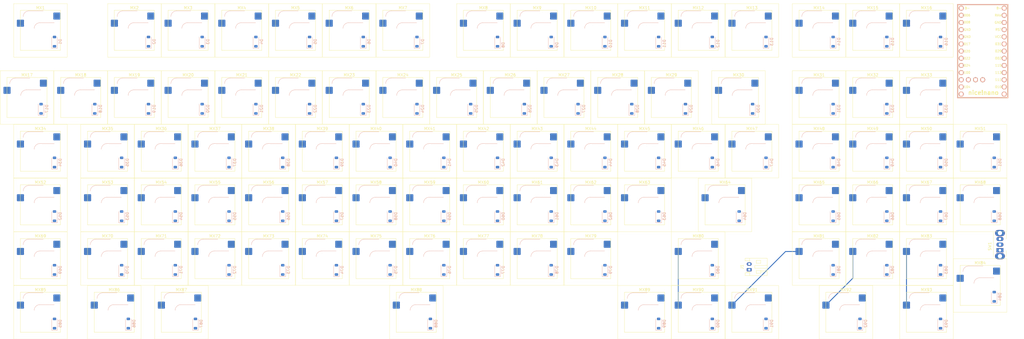
<source format=kicad_pcb>
(kicad_pcb (version 20240108) (generator "pcbnew") (generator_version "8.0")
  (layers (0 "F.Cu" signal) (31 "B.Cu" signal) (34 "B.Paste" user) (35 "F.Paste" user) (36 "B.SilkS" user "B.Silkscreen") (37 "F.SilkS" user "F.Silkscreen") (38 "B.Mask" user) (39 "F.Mask" user) (44 "Edge.Cuts" user))
  (net 0 "")
  (net 1 "Net-(D1-A)")
  (net 2 "ROW1")
  (net 3 "Net-(D2-A)")
  (net 4 "Net-(D3-A)")
  (net 5 "Net-(D4-A)")
  (net 6 "Net-(D5-A)")
  (net 7 "Net-(D6-A)")
  (net 8 "Net-(D7-A)")
  (net 9 "Net-(D8-A)")
  (net 11 "Net-(D10-A)")
  (net 12 "ROW2")
  (net 13 "Net-(D11-A)")
  (net 14 "Net-(D12-A)")
  (net 15 "Net-(D13-A)")
  (net 16 "Net-(D14-A)")
  (net 17 "Net-(D15-A)")
  (net 18 "Net-(D16-A)")
  (net 19 "Net-(D17-A)")
  (net 20 "Net-(D18-A)")
  (net 21 "Net-(D19-A)")
  (net 22 "Net-(D20-A)")
  (net 23 "ROW3")
  (net 24 "Net-(D21-A)")
  (net 25 "Net-(D22-A)")
  (net 26 "Net-(D23-A)")
  (net 27 "Net-(D24-A)")
  (net 28 "Net-(D25-A)")
  (net 29 "Net-(D26-A)")
  (net 30 "Net-(D27-A)")
  (net 31 "Net-(D28-A)")
  (net 32 "Net-(D29-A)")
  (net 33 "Net-(D30-A)")
  (net 34 "ROW4")
  (net 35 "Net-(D31-A)")
  (net 36 "Net-(D32-A)")
  (net 37 "Net-(D33-A)")
  (net 38 "Net-(D34-A)")
  (net 39 "Net-(D35-A)")
  (net 40 "Net-(D36-A)")
  (net 41 "Net-(D37-A)")
  (net 42 "Net-(D38-A)")
  (net 43 "Net-(D39-A)")
  (net 44 "Net-(D40-A)")
  (net 45 "Net-(D41-A)")
  (net 46 "ROW5")
  (net 47 "Net-(D42-A)")
  (net 48 "Net-(D43-A)")
  (net 49 "Net-(D44-A)")
  (net 50 "Net-(D45-A)")
  (net 51 "Net-(D46-A)")
  (net 52 "Net-(D47-A)")
  (net 53 "Net-(D48-A)")
  (net 54 "Net-(D49-A)")
  (net 55 "Net-(D50-A)")
  (net 56 "Net-(D51-A)")
  (net 57 "ROW6")
  (net 58 "Net-(D52-A)")
  (net 59 "Net-(D53-A)")
  (net 60 "Net-(D54-A)")
  (net 61 "Net-(D55-A)")
  (net 62 "Net-(D56-A)")
  (net 63 "Net-(D57-A)")
  (net 64 "Net-(D58-A)")
  (net 65 "Net-(D59-A)")
  (net 66 "Net-(D60-A)")
  (net 67 "Net-(D61-A)")
  (net 68 "ROW7")
  (net 69 "Net-(D62-A)")
  (net 70 "Net-(D63-A)")
  (net 71 "Net-(D64-A)")
  (net 72 "Net-(D65-A)")
  (net 73 "Net-(D66-A)")
  (net 74 "Net-(D67-A)")
  (net 75 "Net-(D68-A)")
  (net 76 "Net-(D69-A)")
  (net 77 "Net-(D70-A)")
  (net 78 "Net-(D71-A)")
  (net 79 "ROW8")
  (net 80 "Net-(D72-A)")
  (net 81 "Net-(D73-A)")
  (net 82 "Net-(D74-A)")
  (net 83 "Net-(D75-A)")
  (net 84 "Net-(D76-A)")
  (net 85 "Net-(D77-A)")
  (net 86 "Net-(D78-A)")
  (net 87 "Net-(D79-A)")
  (net 88 "Net-(D80-A)")
  (net 89 "Net-(D81-A)")
  (net 90 "ROW9")
  (net 91 "Net-(D82-A)")
  (net 92 "Net-(D83-A)")
  (net 93 "Net-(D84-A)")
  (net 94 "Net-(D85-A)")
  (net 95 "Net-(D86-A)")
  (net 96 "Net-(D87-A)")
  (net 97 "Net-(D88-A)")
  (net 98 "Net-(D89-A)")
  (net 99 "Net-(D90-A)")
  (net 100 "ROW10")
  (net 101 "Net-(D91-A)")
  (net 102 "Net-(D92-A)")
  (net 103 "Net-(D93-A)")
  (net 104 "COL1")
  (net 105 "COL2")
  (net 106 "COL3")
  (net 107 "COL4")
  (net 108 "COL5")
  (net 109 "COL6")
  (net 110 "COL7")
  (net 111 "COL8")
  (net 112 "COL9")
  (net 113 "COL10")
  (net 114 "GND")
  (net 115 "RST")
  (net 116 "+3.3V")
  (net 117 "+5V")
  (net 118 "Net-(SW1-C)")
  (net 121 "BATIN-")
  (net 122 "BATIN+")
  (net 131 "Net-(D9-A)")
  (footprint "PCM_Switch_Keyboard_Hotswap_Kailh:SW_Hotswap_Kailh_MX_1.00u_3d" (layer "F.Cu") (at 157.1625 119.0625)
    (property "Reference" "MX75")
    (property "Value" "MX-NoLED")
  )
  (footprint "PCM_Switch_Keyboard_Hotswap_Kailh:SW_Hotswap_Kailh_MX_1.00u_3d" (layer "F.Cu") (at 166.6875 38.1)
    (property "Reference" "MX7")
    (property "Value" "MX-NoLED")
  )
  (footprint "PCM_Switch_Keyboard_Hotswap_Kailh:SW_Hotswap_Kailh_MX_1.00u_3d" (layer "F.Cu") (at 147.6375 61.9125)
    (property "Reference" "MX23")
    (property "Value" "MX-NoLED")
  )
  (footprint "PCM_Switch_Keyboard_Hotswap_Kailh:SW_Hotswap_Kailh_MX_1.00u_3d" (layer "F.Cu") (at 100.0125 80.9625)
    (property "Reference" "MX37")
    (property "Value" "MX-NoLED")
  )
  (footprint "PCM_Switch_Keyboard_Hotswap_Kailh:SW_Hotswap_Kailh_MX_1.00u_3d" (layer "F.Cu") (at 333.375 80.9625)
    (property "Reference" "MX49")
    (property "Value" "MX-NoLED")
  )
  (footprint "PCM_Switch_Keyboard_Hotswap_Kailh:SW_Hotswap_Kailh_MX_1.00u_3d" (layer "F.Cu") (at 128.5875 61.9125)
    (property "Reference" "MX22")
    (property "Value" "MX-NoLED")
  )
  (footprint "PCM_Switch_Keyboard_Hotswap_Kailh:SW_Hotswap_Kailh_MX_1.00u_3d" (layer "F.Cu") (at 290.5125 138.1125)
    (property "Reference" "MX91")
    (property "Value" "MX-NoLED")
  )
  (footprint "PCM_Switch_Keyboard_Hotswap_Kailh:SW_Hotswap_Kailh_MX_1.00u_3d" (layer "F.Cu") (at 333.375 100.0125)
    (property "Reference" "MX66")
    (property "Value" "MX-NoLED")
  )
  (footprint "PCM_Switch_Keyboard_Hotswap_Kailh:SW_Hotswap_Kailh_MX_1.00u_3d" (layer "F.Cu") (at 214.3125 100.0125)
    (property "Reference" "MX61")
    (property "Value" "MX-NoLED")
  )
  (footprint "PCM_Switch_Keyboard_Hotswap_Kailh:SW_Hotswap_Kailh_MX_1.00u_3d" (layer "F.Cu") (at 71.4375 38.1)
    (property "Reference" "MX2")
    (property "Value" "MX-NoLED")
  )
  (footprint "PCM_Switch_Keyboard_Hotswap_Kailh:SW_Hotswap_Kailh_MX_1.00u_3d" (layer "F.Cu") (at 352.425 119.0625)
    (property "Reference" "MX83")
    (property "Value" "MX-NoLED")
  )
  (footprint "PCM_Switch_Keyboard_Hotswap_Kailh:SW_Hotswap_Kailh_MX_1.00u_3d" (layer "F.Cu") (at 38.1 100.0125)
    (property "Reference" "MX52")
    (property "Value" "MX-NoLED")
  )
  (footprint "PCM_Switch_Keyboard_Hotswap_Kailh:SW_Hotswap_Kailh_MX_1.00u_3d" (layer "F.Cu") (at 100.0125 119.0625)
    (property "Reference" "MX72")
    (property "Value" "MX-NoLED")
  )
  (footprint "PCM_Switch_Keyboard_Hotswap_Kailh:SW_Hotswap_Kailh_MX_1.00u_3d" (layer "F.Cu") (at 352.425 38.1)
    (property "Reference" "MX16")
    (property "Value" "MX-NoLED")
  )
  (footprint "PCM_Switch_Keyboard_Hotswap_Kailh:SW_Hotswap_Kailh_MX_1.00u_3d" (layer "F.Cu") (at 214.3125 80.9625)
    (property "Reference" "MX43")
    (property "Value" "MX-NoLED")
  )
  (footprint "PCM_Switch_Keyboard_Hotswap_Kailh:SW_Hotswap_Kailh_MX_1.00u_3d" (layer "F.Cu") (at 314.325 80.9625)
    (property "Reference" "MX48")
    (property "Value" "MX-NoLED")
  )
  (footprint "PCM_Switch_Keyboard_Hotswap_Kailh:SW_Hotswap_Kailh_MX_1.00u_3d" (layer "F.Cu") (at 90.4875 38.1)
    (property "Reference" "MX3")
    (property "Value" "MX-NoLED")
  )
  (footprint "PCM_Switch_Keyboard_Hotswap_Kailh:SW_Hotswap_Kailh_MX_1.00u_3d" (layer "F.Cu") (at 195.2625 119.0625)
    (property "Reference" "MX77")
    (property "Value" "MX-NoLED")
  )
  (footprint "PCM_Switch_Keyboard_Hotswap_Kailh:SW_Hotswap_Kailh_MX_1.00u_3d" (layer "F.Cu") (at 271.4625 80.9625)
    (property "Reference" "MX46")
    (property "Value" "MX-NoLED")
  )
  (footprint "PCM_Switch_Keyboard_Hotswap_Kailh:SW_Hotswap_Kailh_MX_1.00u_3d" (layer "F.Cu") (at 100.0125 100.0125)
    (property "Reference" "MX55")
    (property "Value" "MX-NoLED")
  )
  (footprint "PCM_Switch_Keyboard_Hotswap_Kailh:SW_Hotswap_Kailh_MX_1.00u_3d" (layer "F.Cu") (at 176.2125 100.0125)
    (property "Reference" "MX59")
    (property "Value" "MX-NoLED")
  )
  (footprint "PCM_Switch_Keyboard_Hotswap_Kailh:SW_Hotswap_Kailh_MX_1.00u_3d" (layer "F.Cu") (at 223.8375 61.9125)
    (property "Reference" "MX27")
    (property "Value" "MX-NoLED")
  )
  (footprint "PCM_Switch_Keyboard_Hotswap_Kailh:SW_Hotswap_Kailh_MX_1.00u_3d" (layer "F.Cu") (at 80.9625 100.0125)
    (property "Reference" "MX54")
    (property "Value" "MX-NoLED")
  )
  (footprint "PCM_Switch_Keyboard_Hotswap_Kailh:SW_Hotswap_Kailh_MX_1.00u_3d" (layer "F.Cu") (at 314.325 119.0625)
    (property "Reference" "MX81")
    (property "Value" "MX-NoLED")
  )
  (footprint "PCM_Switch_Keyboard_Hotswap_Kailh:SW_Hotswap_Kailh_MX_1.00u_3d" (layer "F.Cu") (at 352.425 80.9625)
    (property "Reference" "MX50")
    (property "Value" "MX-NoLED")
  )
  (footprint "PCM_Switch_Keyboard_Hotswap_Kailh:SW_Hotswap_Kailh_MX_1.00u_3d" (layer "F.Cu") (at 166.6875 61.9125)
    (property "Reference" "MX24")
    (property "Value" "MX-NoLED")
  )
  (footprint "PCM_Switch_Keyboard_Hotswap_Kailh:SW_Hotswap_Kailh_MX_1.00u_3d" (layer "F.Cu") (at 64.29375 138.1125)
    (property "Reference" "MX86")
    (property "Value" "MX-NoLED")
  )
  (footprint "PCM_Switch_Keyboard_Hotswap_Kailh:SW_Hotswap_Kailh_MX_1.00u_3d" (layer "F.Cu") (at 261.9375 61.9125)
    (property "Reference" "MX29")
    (property "Value" "MX-NoLED")
  )
  (footprint "PCM_Switch_Keyboard_Hotswap_Kailh:SW_Hotswap_Kailh_MX_1.00u_3d" (layer "F.Cu") (at 119.0625 80.9625)
    (property "Reference" "MX38")
    (property "Value" "MX-NoLED")
  )
  (footprint "PCM_Switch_Keyboard_Hotswap_Kailh:SW_Hotswap_Kailh_MX_1.00u_3d" (layer "F.Cu") (at 195.2625 100.0125)
    (property "Reference" "MX60")
    (property "Value" "MX-NoLED")
  )
  (footprint "PCM_Switch_Keyboard_Hotswap_Kailh:SW_Hotswap_Kailh_MX_1.00u_3d" (layer "F.Cu") (at 38.1 80.9625)
    (property "Reference" "MX34")
    (property "Value" "MX-NoLED")
  )
  (footprint "PCM_Switch_Keyboard_Hotswap_Kailh:SW_Hotswap_Kailh_MX_1.00u_3d" (layer "F.Cu") (at 242.8875 61.9125)
    (property "Reference" "MX28")
    (property "Value" "MX-NoLED")
  )
  (footprint "nice-nano-kicad-23a94946de4130c5c999a205fb6eb5add68c8ebe:nice_nano" (layer "F.Cu") (at 372.38 46.73 -90)
    (property "Reference" "U2" (hide yes))
    (property "Value" "nice_nano" (hide yes))
  )
  (footprint "PCM_Switch_Keyboard_Hotswap_Kailh:SW_Hotswap_Kailh_MX_1.00u_3d" (layer "F.Cu") (at 280.9875 100.0125)
    (property "Reference" "MX64")
    (property "Value" "MX-NoLED")
  )
  (footprint "PCM_Switch_Keyboard_Hotswap_Kailh:SW_Hotswap_Kailh_MX_1.00u_3d" (layer "F.Cu") (at 38.1 138.1125)
    (property "Reference" "MX85")
    (property "Value" "MX-NoLED")
  )
  (footprint "PCM_Switch_Keyboard_Hotswap_Kailh:SW_Hotswap_Kailh_MX_1.00u_3d" (layer "F.Cu") (at 204.7875 61.9125)
    (property "Reference" "MX26")
    (property "Value" "MX-NoLED")
  )
  (footprint "PCM_Switch_Keyboard_Hotswap_Kailh:SW_Hotswap_Kailh_MX_1.00u_3d" (layer "F.Cu") (at 333.375 38.1)
    (property "Reference" "MX15")
    (property "Value" "MX-NoLED")
  )
  (footprint "PCM_Switch_Keyboard_Hotswap_Kailh:SW_Hotswap_Kailh_MX_1.00u_3d" (layer "F.Cu") (at 290.5125 80.9625)
    (property "Reference" "MX47")
    (property "Value" "MX-NoLED")
  )
  (footprint "PCM_Switch_Keyboard_Hotswap_Kailh:SW_Hotswap_Kailh_MX_1.00u_3d" (layer "F.Cu") (at 371.475 128.5875)
    (property "Reference" "MX84")
    (property "Value" "MX-NoLED")
  )
  (footprint "PCM_Switch_Keyboard_Hotswap_Kailh:SW_Hotswap_Kailh_MX_1.00u_3d" (layer "F.Cu") (at 352.425 100.0125)
    (property "Reference" "MX67")
    (property "Value" "MX-NoLED")
  )
  (footprint "PCM_Switch_Keyboard_Hotswap_Kailh:SW_Hotswap_Kailh_MX_1.00u_3d" (layer "F.Cu") (at 314.325 61.9125)
    (property "Reference" "MX31")
    (property "Value" "MX-NoLED")
  )
  (footprint "PCM_Switch_Keyboard_Hotswap_Kailh:SW_Hotswap_Kailh_MX_1.00u_3d" (layer "F.Cu") (at 352.425 61.9125)
    (property "Reference" "MX33")
    (property "Value" "MX-NoLED")
  )
  (footprint "PCM_Switch_Keyboard_Hotswap_Kailh:SW_Hotswap_Kailh_MX_1.00u_3d" (layer "F.Cu") (at 290.5125 38.1)
    (property "Reference" "MX13")
    (property "Value" "MX-NoLED")
  )
  (footprint "PCM_Switch_Keyboard_Hotswap_Kailh:SW_Hotswap_Kailh_MX_1.00u_3d" (layer "F.Cu") (at 185.7375 61.9125)
    (property "Reference" "MX25")
    (property "Value" "MX-NoLED")
  )
  (footprint "PCM_Switch_Keyboard_Hotswap_Kailh:SW_Hotswap_Kailh_MX_1.00u_3d" (layer "F.Cu") (at 271.4625 38.1)
    (property "Reference" "MX12")
    (property "Value" "MX-NoLED")
  )
  (footprint "PCM_Switch_Keyboard_Hotswap_Kailh:SW_Hotswap_Kailh_MX_1.00u_3d" (layer "F.Cu") (at 252.4125 100.0125)
    (property "Reference" "MX63")
    (property "Value" "MX-NoLED")
  )
  (footprint "PCM_Switch_Keyboard_Hotswap_Kailh:SW_Hotswap_Kailh_MX_1.00u_3d" (layer "F.Cu") (at 333.375 61.9125)
    (property "Reference" "MX32")
    (property "Value" "MX-NoLED")
  )
  (footprint "PCM_Switch_Keyboard_Hotswap_Kailh:SW_Hotswap_Kailh_MX_1.00u_3d" (layer "F.Cu") (at 157.1625 100.0125)
    (property "Reference" "MX58")
    (property "Value" "MX-NoLED")
  )
  (footprint "PCM_Switch_Keyboard_Hotswap_Kailh:SW_Hotswap_Kailh_MX_1.00u_3d" (layer "F.Cu") (at 171.45 138.1125)
    (property "Reference" "MX88")
    (property "Value" "MX-NoLED")
  )
  (footprint "PCM_Switch_Keyboard_Hotswap_Kailh:SW_Hotswap_Kailh_MX_1.00u_3d" (layer "F.Cu") (at 61.9125 119.0625)
    (property "Reference" "MX70")
    (property "Value" "MX-NoLED")
  )
  (footprint "PCM_Switch_Keyboard_Hotswap_Kailh:SW_Hotswap_Kailh_MX_1.00u_3d" (layer "F.Cu") (at 252.4125 80.9625)
    (property "Reference" "MX45")
    (property "Value" "MX-NoLED")
  )
  (footprint "PCM_Switch_Keyboard_Hotswap_Kailh:SW_Hotswap_Kailh_MX_1.00u_3d" (layer "F.Cu") (at 80.9625 119.0625)
    (property "Reference" "MX71")
    (property "Value" "MX-NoLED")
  )
  (footprint "PCM_Switch_Keyboard_Hotswap_Kailh:SW_Hotswap_Kailh_MX_1.00u_3d" (layer "F.Cu") (at 147.6375 38.1)
    (property "Reference" "MX6")
    (property "Value" "MX-NoLED")
  )
  (footprint "PCM_Switch_Keyboard_Hotswap_Kailh:SW_Hotswap_Kailh_MX_1.00u_3d" (layer "F.Cu") (at 252.4125 138.1125)
    (property "Reference" "MX89")
    (property "Value" "MX-NoLED")
  )
  (footprint "PCM_Switch_Keyboard_Hotswap_Kailh:SW_Hotswap_Kailh_MX_1.00u_3d" (layer "F.Cu") (at 214.3125 38.1)
    (property "Reference" "MX9")
    (property "Value" "MX-NoLED")
  )
  (footprint "PCM_Switch_Keyboard_Hotswap_Kailh:SW_Hotswap_Kailh_MX_1.00u_3d" (layer "F.Cu") (at 71.4375 61.9125)
    (property "Reference" "MX19")
    (property "Value" "MX-NoLED")
  )
  (footprint "PCM_Switch_Keyboard_Hotswap_Kailh:SW_Hotswap_Kailh_MX_1.00u_3d" (layer "F.Cu") (at 138.1125 119.0625)
    (property "Reference" "MX74")
    (property "Value" "MX-NoLED")
  )
  (footprint "PCM_Switch_Keyboard_Hotswap_Kailh:SW_Hotswap_Kailh_MX_1.00u_3d" (layer "F.Cu") (at 176.2125 119.0625)
    (property "Reference" "MX76")
    (property "Value" "MX-NoLED")
  )
  (footprint "Button_Switch_THT:SW_Slide_SPDT_Angled_CK_OS102011MA1Q" (layer "F.Cu") (at 378.5 116.1 90)
    (property "Reference" "SW1")
    (property "Value" "SW_SPDT")
  )
  (footprint "PCM_Switch_Keyboard_Hotswap_Kailh:SW_Hotswap_Kailh_MX_1.00u_3d" (layer "F.Cu") (at 352.425 138.1125)
    (property "Reference" "MX93")
    (property "Value" "MX-NoLED")
  )
  (footprint "PCM_Switch_Keyboard_Hotswap_Kailh:SW_Hotswap_Kailh_MX_1.00u_3d" (layer "F.Cu") (at 119.0625 100.0125)
    (property "Reference" "MX56")
    (property "Value" "MX-NoLED")
  )
  (footprint "PCM_Switch_Keyboard_Hotswap_Kailh:SW_Hotswap_Kailh_MX_1.00u_3d" (layer "F.Cu") (at 195.2625 80.9625)
    (property "Reference" "MX42")
    (property "Value" "MX-NoLED")
  )
  (footprint "PCM_Switch_Keyboard_Hotswap_Kailh:SW_Hotswap_Kailh_MX_1.00u_3d" (layer "F.Cu") (at 314.325 100.0125)
    (property "Reference" "MX65")
    (property "Value" "MX-NoLED")
  )
  (footprint "PCM_Switch_Keyboard_Hotswap_Kailh:SW_Hotswap_Kailh_MX_1.00u_3d" (layer "F.Cu") (at 271.4625 138.1125)
    (property "Reference" "MX90")
    (property "Value" "MX-NoLED")
  )
  (footprint "PCM_Switch_Keyboard_Hotswap_Kailh:SW_Hotswap_Kailh_MX_1.00u_3d" (layer "F.Cu") (at 233.3625 100.0125)
    (property "Reference" "MX62")
    (property "Value" "MX-NoLED")
  )
  (footprint "Connector_JST:JST_PH_S2B-PH-K_1x02_P2.00mm_Horizontal" (layer "F.Cu") (at 289.55 123 90)
    (property "Reference" "J1")
    (property "Value" "Conn_01x02")
  )
  (footprint "PCM_Switch_Keyboard_Hotswap_Kailh:SW_Hotswap_Kailh_MX_1.00u_3d" (layer "F.Cu") (at 314.325 38.1)
    (property "Reference" "MX14")
    (property "Value" "MX-NoLED")
  )
  (footprint "PCM_Switch_Keyboard_Hotswap_Kailh:SW_Hotswap_Kailh_MX_1.00u_3d" (layer "F.Cu") (at 80.9625 80.9625)
    (property "Reference" "MX36")
    (property "Value" "MX-NoLED")
  )
  (footprint "PCM_Switch_Keyboard_Hotswap_Kailh:SW_Hotswap_Kailh_MX_1.00u_3d" (layer "F.Cu") (at 176.2125 80.9625)
    (property "Reference" "MX41")
    (property "Value" "MX-NoLED")
  )
  (footprint "PCM_Switch_Keyboard_Hotswap_Kailh:SW_Hotswap_Kailh_MX_1.00u_3d" (layer "F.Cu") (at 371.475 80.9625)
    (property "Reference" "MX51")
    (property "Value" "MX-NoLED")
  )
  (footprint "PCM_Switch_Keyboard_Hotswap_Kailh:SW_Hotswap_Kailh_MX_1.00u_3d" (layer "F.Cu") (at 61.9125 80.9625)
    (property "Reference" "MX35")
    (property "Value" "MX-NoLED")
  )
  (footprint "PCM_Switch_Keyboard_Hotswap_Kailh:SW_Hotswap_Kailh_MX_1.00u_3d" (layer "F.Cu") (at 138.1125 80.9625)
    (property "Reference" "MX39")
    (property "Value" "MX-NoLED")
  )
  (footprint "PCM_Switch_Keyboard_Hotswap_Kailh:SW_Hotswap_Kailh_MX_1.00u_3d" (layer "F.Cu") (at 233.3625 38.1)
    (property "Reference" "MX10")
    (property "Value" "MX-NoLED")
  )
  (footprint "PCM_Switch_Keyboard_Hotswap_Kailh:SW_Hotswap_Kailh_MX_1.00u_3d" (layer "F.Cu") (at 233.3625 80.9625)
    (property "Reference" "MX44")
    (property "Value" "MX-NoLED")
  )
  (footprint "PCM_Switch_Keyboard_Hotswap_Kailh:SW_Hotswap_Kailh_MX_1.00u_3d" (layer "F.Cu") (at 52.3875 61.9125)
    (property "Reference" "MX18")
    (property "Value" "MX-NoLED")
  )
  (footprint "PCM_Switch_Keyboard_Hotswap_Kailh:SW_Hotswap_Kailh_MX_1.00u_3d" (layer "F.Cu") (at 285.75 61.9125)
    (property "Reference" "MX30")
    (property "Value" "MX-NoLED")
  )
  (footprint "PCM_Switch_Keyboard_Hotswap_Kailh:SW_Hotswap_Kailh_MX_1.00u_3d" (layer "F.Cu") (at 252.4125 38.1)
    (property "Reference" "MX11")
    (property "Value" "MX-NoLED")
  )
  (footprint "PCM_Switch_Keyboard_Hotswap_Kailh:SW_Hotswap_Kailh_MX_1.00u_3d" (layer "F.Cu") (at 214.3125 119.0625)
    (property "Reference" "MX78")
    (property "Value" "MX-NoLED")
  )
  (footprint "PCM_Switch_Keyboard_Hotswap_Kailh:SW_Hotswap_Kailh_MX_1.00u_3d" (layer "F.Cu") (at 371.475 100.0125)
    (property "Reference" "MX68")
    (property "Value" "MX-NoLED")
  )
  (footprint "PCM_Switch_Keyboard_Hotswap_Kailh:SW_Hotswap_Kailh_MX_1.00u_3d" (layer "F.Cu") (at 333.375 119.0625)
    (property "Reference" "MX82")
    (property "Value" "MX-NoLED")
  )
  (footprint "PCM_Switch_Keyboard_Hotswap_Kailh:SW_Hotswap_Kailh_MX_1.00u_3d" (layer "F.Cu") (at 61.9125 100.0125)
    (property "Reference" "MX53")
    (property "Value" "MX-NoLED")
  )
  (footprint "PCM_Switch_Keyboard_Hotswap_Kailh:SW_Hotswap_Kailh_MX_1.00u_3d" (layer "F.Cu") (at 109.5375 61.9125)
    (property "Reference" "MX21")
    (property "Value" "MX-NoLED")
  )
  (footprint "PCM_Switch_Keyboard_Hotswap_Kailh:SW_Hotswap_Kailh_MX_1.00u_3d" (layer "F.Cu") (at 323.85 138.1125)
    (property "Reference" "MX92")
    (property "Value" "MX-NoLED")
  )
  (footprint "PCM_Switch_Keyboard_Hotswap_Kailh:SW_Hotswap_Kailh_MX_1.00u_3d" (layer "F.Cu") (at 33.3375 61.9125)
    (property "Reference" "MX17")
    (property "Value" "MX-NoLED")
  )
  (footprint "PCM_Switch_Keyboard_Hotswap_Kailh:SW_Hotswap_Kailh_MX_1.00u_3d" (layer "F.Cu") (at 38.1 38.1)
    (property "Reference" "MX1")
    (property "Value" "MX-NoLED")
  )
  (footprint "PCM_Switch_Keyboard_Hotswap_Kailh:SW_Hotswap_Kailh_MX_1.00u_3d" (layer "F.Cu") (at 128.5875 38.1)
    (property "Reference" "MX5")
    (property "Value" "MX-NoLED")
  )
  (footprint "PCM_Switch_Keyboard_Hotswap_Kailh:SW_Hotswap_Kailh_MX_1.00u_3d" (layer "F.Cu") (at 138.1125 100.0125)
    (property "Reference" "MX57")
    (property "Value" "MX-NoLED")
  )
  (footprint "PCM_Switch_Keyboard_Hotswap_Kailh:SW_Hotswap_Kailh_MX_1.00u_3d" (layer "F.Cu") (at 195.2625 38.1)
    (property "Reference" "MX8")
    (property "Value" "MX-NoLED")
  )
  (footprint "PCM_Switch_Keyboard_Hotswap_Kailh:SW_Hotswap_Kailh_MX_1.00u_3d" (layer "F.Cu") (at 90.4875 61.9125)
    (property "Reference" "MX20")
    (property "Value" "MX-NoLED")
  )
  (footprint "PCM_Switch_Keyboard_Hotswap_Kailh:SW_Hotswap_Kailh_MX_1.00u_3d" (layer "F.Cu") (at 233.3625 119.0625)
    (property "Reference" "MX79")
    (property "Value" "MX-NoLED")
  )
  (footprint "PCM_Switch_Keyboard_Hotswap_Kailh:SW_Hotswap_Kailh_MX_1.00u_3d" (layer "F.Cu") (at 119.0625 119.0625)
    (property "Reference" "MX73")
    (property "Value" "MX-NoLED")
  )
  (footprint "PCM_Switch_Keyboard_Hotswap_Kailh:SW_Hotswap_Kailh_MX_1.00u_3d" (layer "F.Cu") (at 109.5375 38.1)
    (property "Reference" "MX4")
    (property "Value" "MX-NoLED")
  )
  (footprint "PCM_Switch_Keyboard_Hotswap_Kailh:SW_Hotswap_Kailh_MX_1.00u_3d" (layer "F.Cu") (at 157.1625 80.9625)
    (property "Reference" "MX40")
    (property "Value" "MX-NoLED")
  )
  (footprint "PCM_Switch_Keyboard_Hotswap_Kailh:SW_Hotswap_Kailh_MX_1.00u_3d" (layer "F.Cu") (at 88.10625 138.1125)
    (property "Reference" "MX87")
    (property "Value" "MX-NoLED")
  )
  (footprint "PCM_Switch_Keyboard_Hotswap_Kailh:SW_Hotswap_Kailh_MX_1.00u_3d" (layer "F.Cu") (at 38.1 119.0625)
    (property "Reference" "MX69")
    (property "Value" "MX-NoLED")
  )
  (footprint "PCM_Switch_Keyboard_Hotswap_Kailh:SW_Hotswap_Kailh_MX_1.00u_3d" (layer "F.Cu") (at 271.4625 119.0625)
    (property "Reference" "MX80")
    (property "Value" "MX-NoLED")
  )
  (footprint "Diode_SMD:D_SOD-123" (layer "B.Cu") (at 357.425 142.1125 90)
    (property "Reference" "D93")
    (property "Value" "D_Small")
  )
  (footprint "Diode_SMD:D_SOD-123" (layer "B.Cu") (at 181.2125 123.0625 90)
    (property "Reference" "D76")
    (property "Value" "D_Small")
  )
  (footprint "Diode_SMD:D_SOD-123" (layer "B.Cu") (at 143.1125 123.0625 90)
    (property "Reference" "D74")
    (property "Value" "D_Small")
  )
  (footprint "Diode_SMD:D_SOD-123" (layer "B.Cu") (at 133.5875 42.1 90)
    (property "Reference" "D5")
    (property "Value" "D_Small")
  )
  (footprint "Diode_SMD:D_SOD-123" (layer "B.Cu") (at 328.85 142.1125 90)
    (property "Reference" "D92")
    (property "Value" "D_Small")
  )
  (footprint "Diode_SMD:D_SOD-123" (layer "B.Cu") (at 114.5375 65.9125 90)
    (property "Reference" "D21")
    (property "Value" "D_Small")
  )
  (footprint "Diode_SMD:D_SOD-123" (layer "B.Cu") (at 162.1625 123.0625 90)
    (property "Reference" "D75")
    (property "Value" "D_Small")
  )
  (footprint "Diode_SMD:D_SOD-123" (layer "B.Cu") (at 319.325 84.9625 90)
    (property "Reference" "D48")
    (property "Value" "D_Small")
  )
  (footprint "Diode_SMD:D_SOD-123" (layer "B.Cu") (at 319.325 65.9125 90)
    (property "Reference" "D31")
    (property "Value" "D_Small")
  )
  (footprint "Diode_SMD:D_SOD-123" (layer "B.Cu") (at 338.375 65.9125 90)
    (property "Reference" "D32")
    (property "Value" "D_Small")
  )
  (footprint "Diode_SMD:D_SOD-123" (layer "B.Cu") (at 257.4125 142.1125 90)
    (property "Reference" "D89")
    (property "Value" "D_Small")
  )
  (footprint "Diode_SMD:D_SOD-123" (layer "B.Cu") (at 357.425 123.0625 90)
    (property "Reference" "D83")
    (property "Value" "D_Small")
  )
  (footprint "Diode_SMD:D_SOD-123" (layer "B.Cu") (at 43.1 104.0125 90)
    (property "Reference" "D52")
    (property "Value" "D_Small")
  )
  (footprint "Diode_SMD:D_SOD-123" (layer "B.Cu") (at 219.3125 42.1 90)
    (property "Reference" "D9")
    (property "Value" "D_Small")
  )
  (footprint "Diode_SMD:D_SOD-123" (layer "B.Cu") (at 200.2625 84.9625 90)
    (property "Reference" "D42")
    (property "Value" "D_Small")
  )
  (footprint "Diode_SMD:D_SOD-123" (layer "B.Cu") (at 133.5875 65.9125 90)
    (property "Reference" "D22")
    (property "Value" "D_Small")
  )
  (footprint "Diode_SMD:D_SOD-123" (layer "B.Cu") (at 376.475 104.0125 90)
    (property "Reference" "D68")
    (property "Value" "D_Small")
  )
  (footprint "Diode_SMD:D_SOD-123" (layer "B.Cu") (at 257.4125 84.9625 90)
    (property "Reference" "D45")
    (property "Value" "D_Small")
  )
  (footprint "Diode_SMD:D_SOD-123" (layer "B.Cu") (at 162.1625 84.9625 90)
    (property "Reference" "D40")
    (property "Value" "D_Small")
  )
  (footprint "Diode_SMD:D_SOD-123" (layer "B.Cu") (at 66.9125 123.0625 90)
    (property "Reference" "D70")
    (property "Value" "D_Small")
  )
  (footprint "Diode_SMD:D_SOD-123" (layer "B.Cu") (at 176.45 142.1125 90)
    (property "Reference" "D88")
    (property "Value" "D_Small")
  )
  (footprint "Diode_SMD:D_SOD-123" (layer "B.Cu") (at 238.3625 84.9625 90)
    (property "Reference" "D44")
    (property "Value" "D_Small")
  )
  (footprint "Diode_SMD:D_SOD-123" (layer "B.Cu") (at 200.2625 123.0625 90)
    (property "Reference" "D77")
    (property "Value" "D_Small")
  )
  (footprint "Diode_SMD:D_SOD-123" (layer "B.Cu") (at 171.6875 65.9125 90)
    (property "Reference" "D24")
    (property "Value" "D_Small")
  )
  (footprint "Diode_SMD:D_SOD-123" (layer "B.Cu") (at 266.9375 65.9125 90)
    (property "Reference" "D29")
    (property "Value" "D_Small")
  )
  (footprint "Diode_SMD:D_SOD-123" (layer "B.Cu") (at 276.4625 42.1 90)
    (property "Reference" "D12")
    (property "Value" "D_Small")
  )
  (footprint "Diode_SMD:D_SOD-123" (layer "B.Cu") (at 276.4625 142.1125 90)
    (property "Reference" "D90")
    (property "Value" "D_Small")
  )
  (footprint "Diode_SMD:D_SOD-123" (layer "B.Cu") (at 276.4625 123.0625 90)
    (property "Reference" "D80")
    (property "Value" "D_Small")
  )
  (footprint "Diode_SMD:D_SOD-123" (layer "B.Cu") (at 338.375 123.0625 90)
    (property "Reference" "D82")
    (property "Value" "D_Small")
  )
  (footprint "Diode_SMD:D_SOD-123" (layer "B.Cu") (at 124.0625 123.0625 90)
    (property "Reference" "D73")
    (property "Value" "D_Small")
  )
  (footprint "Diode_SMD:D_SOD-123" (layer "B.Cu") (at 57.3875 65.9125 90)
    (property "Reference" "D18")
    (property "Value" "D_Small")
  )
  (footprint "Diode_SMD:D_SOD-123" (layer "B.Cu") (at 124.0625 84.9625 90)
    (property "Reference" "D38")
    (property "Value" "D_Small")
  )
  (footprint "Diode_SMD:D_SOD-123" (layer "B.Cu") (at 105.0125 84.9625 90)
    (property "Reference" "D37")
    (property "Value" "D_Small")
  )
  (footprint "Diode_SMD:D_SOD-123" (layer "B.Cu") (at 143.1125 84.9625 90)
    (property "Reference" "D39")
    (property "Value" "D_Small")
  )
  (footprint "Diode_SMD:D_SOD-123" (layer "B.Cu") (at 152.6375 42.1 90)
    (property "Reference" "D6")
    (property "Value" "D_Small")
  )
  (footprint "Diode_SMD:D_SOD-123" (layer "B.Cu") (at 95.4875 65.9125 90)
    (property "Reference" "D20")
    (property "Value" "D_Small")
  )
  (footprint "Diode_SMD:D_SOD-123" (layer "B.Cu") (at 219.3125 123.0625 90)
    (property "Reference" "D78")
    (property "Value" "D_Small")
  )
  (footprint "Diode_SMD:D_SOD-123" (layer "B.Cu") (at 181.2125 104.0125 90)
    (property "Reference" "D59")
    (property "Value" "D_Small")
  )
  (footprint "Diode_SMD:D_SOD-123" (layer "B.Cu") (at 105.0125 123.0625 90)
    (property "Reference" "D72")
    (property "Value" "D_Small")
  )
  (footprint "Diode_SMD:D_SOD-123" (layer "B.Cu") (at 85.9625 84.9625 90)
    (property "Reference" "D36")
    (property "Value" "D_Small")
  )
  (footprint "Diode_SMD:D_SOD-123" (layer "B.Cu") (at 171.6875 42.1 90)
    (property "Reference" "D7")
    (property "Value" "D_Small")
  )
  (footprint "Diode_SMD:D_SOD-123" (layer "B.Cu") (at 69.29375 142.1125 90)
    (property "Reference" "D86")
    (property "Value" "D_Small")
  )
  (footprint "Diode_SMD:D_SOD-123" (layer "B.Cu") (at 247.8875 65.9125 90)
    (property "Reference" "D28")
    (property "Value" "D_Small")
  )
  (footprint "Diode_SMD:D_SOD-123" (layer "B.Cu") (at 66.9125 84.9625 90)
    (property "Reference" "D35")
    (property "Value" "D_Small")
  )
  (footprint "Diode_SMD:D_SOD-123" (layer "B.Cu") (at 219.3125 104.0125 90)
    (property "Reference" "D61")
    (property "Value" "D_Small")
  )
  (footprint "Diode_SMD:D_SOD-123" (layer "B.Cu") (at 319.325 42.1 90)
    (property "Reference" "D14")
    (property "Value" "D_Small")
  )
  (footprint "Diode_SMD:D_SOD-123" (layer "B.Cu") (at 376.475 84.9625 90)
    (property "Reference" "D51")
    (property "Value" "D_Small")
  )
  (footprint "Diode_SMD:D_SOD-123" (layer "B.Cu") (at 105.0125 104.0125 90)
    (property "Reference" "D55")
    (property "Value" "D_Small")
  )
  (footprint "Diode_SMD:D_SOD-123" (layer "B.Cu") (at 85.9625 123.0625 90)
    (property "Reference" "D71")
    (property "Value" "D_Small")
  )
  (footprint "Diode_SMD:D_SOD-123" (layer "B.Cu") (at 357.425 65.9125 90)
    (property "Reference" "D33")
    (property "Value" "D_Small")
  )
  (footprint "Diode_SMD:D_SOD-123" (layer "B.Cu") (at 319.325 123.0625 90)
    (property "Reference" "D81")
    (property "Value" "D_Small")
  )
  (footprint "Diode_SMD:D_SOD-123" (layer "B.Cu") (at 238.3625 104.0125 90)
    (property "Reference" "D62")
    (property "Value" "D_Small")
  )
  (footprint "Diode_SMD:D_SOD-123" (layer "B.Cu") (at 43.1 42.1 90)
    (property "Reference" "D1")
    (property "Value" "D_Small")
  )
  (footprint "Diode_SMD:D_SOD-123" (layer "B.Cu") (at 200.2625 42.1 90)
    (property "Reference" "D8")
    (property "Value" "D_Small")
  )
  (footprint "Diode_SMD:D_SOD-123" (layer "B.Cu") (at 209.7875 65.9125 90)
    (property "Reference" "D26")
    (property "Value" "D_Small")
  )
  (footprint "Diode_SMD:D_SOD-123" (layer "B.Cu") (at 257.4125 42.1 90)
    (property "Reference" "D11")
    (property "Value" "D_Small")
  )
  (footprint "Diode_SMD:D_SOD-123" (layer "B.Cu") (at 257.4125 104.0125 90)
    (property "Reference" "D63")
    (property "Value" "D_Small")
  )
  (footprint "Diode_SMD:D_SOD-123" (layer "B.Cu") (at 238.3625 42.1 90)
    (property "Reference" "D10")
    (property "Value" "D_Small")
  )
  (footprint "Diode_SMD:D_SOD-123" (layer "B.Cu") (at 114.5375 42.1 90)
    (property "Reference" "D4")
    (property "Value" "D_Small")
  )
  (footprint "Diode_SMD:D_SOD-123" (layer "B.Cu") (at 219.3125 84.9625 90)
    (property "Reference" "D43")
    (property "Value" "D_Small")
  )
  (footprint "Diode_SMD:D_SOD-123" (layer "B.Cu") (at 93.10625 142.1125 90)
    (property "Reference" "D87")
    (property "Value" "D_Small")
  )
  (footprint "Diode_SMD:D_SOD-123" (layer "B.Cu") (at 200.2625 104.0125 90)
    (property "Reference" "D60")
    (property "Value" "D_Small")
  )
  (footprint "Diode_SMD:D_SOD-123" (layer "B.Cu") (at 190.7375 65.9125 90)
    (property "Reference" "D25")
    (property "Value" "D_Small")
  )
  (footprint "Diode_SMD:D_SOD-123" (layer "B.Cu") (at 376.475 132.5875 90)
    (property "Reference" "D84")
    (property "Value" "D_Small")
  )
  (footprint "Diode_SMD:D_SOD-123" (layer "B.Cu") (at 290.75 65.9125 90)
    (property "Reference" "D30")
    (property "Value" "D_Small")
  )
  (footprint "Diode_SMD:D_SOD-123" (layer "B.Cu") (at 357.425 104.0125 90)
    (property "Reference" "D67")
    (property "Value" "D_Small")
  )
  (footprint "Diode_SMD:D_SOD-123" (layer "B.Cu") (at 76.4375 65.9125 90)
    (property "Reference" "D19")
    (property "Value" "D_Small")
  )
  (footprint "Diode_SMD:D_SOD-123" (layer "B.Cu") (at 357.425 42.1 90)
    (property "Reference" "D16")
    (property "Value" "D_Small")
  )
  (footprint "Diode_SMD:D_SOD-123" (layer "B.Cu") (at 76.4375 42.1 90)
    (property "Reference" "D2")
    (property "Value" "D_Small")
  )
  (footprint "Diode_SMD:D_SOD-123" (layer "B.Cu") (at 181.2125 84.9625 90)
    (property "Reference" "D41")
    (property "Value" "D_Small")
  )
  (footprint "Diode_SMD:D_SOD-123" (layer "B.Cu") (at 338.375 42.1 90)
    (property "Reference" "D15")
    (property "Value" "D_Small")
  )
  (footprint "Diode_SMD:D_SOD-123" (layer "B.Cu") (at 238.3625 123.0625 90)
    (property "Reference" "D79")
    (property "Value" "D_Small")
  )
  (footprint "Diode_SMD:D_SOD-123" (layer "B.Cu") (at 162.1625 104.0125 90)
    (property "Reference" "D58")
    (property "Value" "D_Small")
  )
  (footprint "Diode_SMD:D_SOD-123" (layer "B.Cu") (at 285.9875 104.0125 90)
    (property "Reference" "D64")
    (property "Value" "D_Small")
  )
  (footprint "Diode_SMD:D_SOD-123" (layer "B.Cu") (at 319.325 104.0125 90)
    (property "Reference" "D65")
    (property "Value" "D_Small")
  )
  (footprint "Diode_SMD:D_SOD-123" (layer "B.Cu") (at 152.6375 65.9125 90)
    (property "Reference" "D23")
    (property "Value" "D_Small")
  )
  (footprint "Diode_SMD:D_SOD-123" (layer "B.Cu") (at 43.1 142.1125 90)
    (property "Reference" "D85")
    (property "Value" "D_Small")
  )
  (footprint "Diode_SMD:D_SOD-123" (layer "B.Cu") (at 95.4875 42.1 90)
    (property "Reference" "D3")
    (property "Value" "D_Small")
  )
  (footprint "Diode_SMD:D_SOD-123" (layer "B.Cu") (at 228.8375 65.9125 90)
    (property "Reference" "D27")
    (property "Value" "D_Small")
  )
  (footprint "Diode_SMD:D_SOD-123" (layer "B.Cu") (at 295.5125 42.1 90)
    (property "Reference" "D13")
    (property "Value" "D_Small")
  )
  (footprint "Diode_SMD:D_SOD-123" (layer "B.Cu") (at 43.1 84.9625 90)
    (property "Reference" "D34")
    (property "Value" "D_Small")
  )
  (footprint "Diode_SMD:D_SOD-123" (layer "B.Cu") (at 43.1 123.0625 90)
    (property "Reference" "D69")
    (property "Value" "D_Small")
  )
  (footprint "Diode_SMD:D_SOD-123" (layer "B.Cu") (at 357.425 84.9625 90)
    (property "Reference" "D50")
    (property "Value" "D_Small")
  )
  (footprint "Diode_SMD:D_SOD-123" (layer "B.Cu") (at 338.375 84.9625 90)
    (property "Reference" "D49")
    (property "Value" "D_Small")
  )
  (footprint "Diode_SMD:D_SOD-123" (layer "B.Cu") (at 295.5125 84.9625 90)
    (property "Reference" "D47")
    (property "Value" "D_Small")
  )
  (footprint "Diode_SMD:D_SOD-123" (layer "B.Cu") (at 66.9125 104.0125 90)
    (property "Reference" "D53")
    (property "Value" "D_Small")
  )
  (footprint "Diode_SMD:D_SOD-123" (layer "B.Cu") (at 338.375 104.0125 90)
    (property "Reference" "D66")
    (property "Value" "D_Small")
  )
  (footprint "Diode_SMD:D_SOD-123" (layer "B.Cu") (at 85.9625 104.0125 90)
    (property "Reference" "D54")
    (property "Value" "D_Small")
  )
  (footprint "Diode_SMD:D_SOD-123" (layer "B.Cu") (at 124.0625 104.0125 90)
    (property "Reference" "D56")
    (property "Value" "D_Small")
  )
  (footprint "Diode_SMD:D_SOD-123" (layer "B.Cu") (at 38.3375 65.9125 90)
    (property "Reference" "D17")
    (property "Value" "D_Small")
  )
  (footprint "Diode_SMD:D_SOD-123" (layer "B.Cu") (at 143.1125 104.0125 90)
    (property "Reference" "D57")
    (property "Value" "D_Small")
  )
  (footprint "Diode_SMD:D_SOD-123" (layer "B.Cu") (at 276.4625 84.9625 90)
    (property "Reference" "D46")
    (property "Value" "D_Small")
  )
  (footprint "Diode_SMD:D_SOD-123" (layer "B.Cu") (at 295.5125 142.1125 90)
    (property "Reference" "D91")
    (property "Value" "D_Small")
  )
  (segment (start 307.24 116.5225) (end 302.4775 116.5225) (width 0.2) (layer "B.Cu") (net 104))
  (segment (start 307.24 116.5225) (end 302.4775 116.5225) (width 0.2) (layer "B.Cu") (net 104))
  (segment (start 302.4775 116.5225) (end 283.4275 135.5725) (width 0.2) (layer "B.Cu") (net 104))
  (segment (start 307.24 116.5225) (end 302.4775 116.5225) (width 0.2) (layer "B.Cu") (net 104))
  (segment (start 302.4775 116.5225) (end 283.4275 135.5725) (width 0.2) (layer "B.Cu") (net 104))
  (segment (start 307.24 116.5225) (end 302.4775 116.5225) (width 0.2) (layer "B.Cu") (net 104))
  (segment (start 307.24 116.5225) (end 302.4775 116.5225) (width 0.2) (layer "B.Cu") (net 104))
  (segment (start 307.24 116.5225) (end 302.4775 116.5225) (width 0.2) (layer "B.Cu") (net 104))
  (segment (start 302.4775 116.5225) (end 283.4275 135.5725) (width 0.2) (layer "B.Cu") (net 104))
  (segment (start 302.4775 116.5225) (end 283.4275 135.5725) (width 0.2) (layer "B.Cu") (net 104))
  (segment (start 302.4775 116.5225) (end 283.4275 135.5725) (width 0.2) (layer "B.Cu") (net 104))
  (segment (start 302.4775 116.5225) (end 283.4275 135.5725) (width 0.2) (layer "B.Cu") (net 104))
  (segment (start 326.29 126.0475) (end 316.765 135.5725) (width 0.2) (layer "B.Cu") (net 105))
  (segment (start 326.29 116.5225) (end 326.29 126.0475) (width 0.2) (layer "B.Cu") (net 105))
  (segment (start 326.29 116.5225) (end 326.29 126.0475) (width 0.2) (layer "B.Cu") (net 105))
  (segment (start 326.29 126.0475) (end 316.765 135.5725) (width 0.2) (layer "B.Cu") (net 105))
  (segment (start 326.29 126.0475) (end 316.765 135.5725) (width 0.2) (layer "B.Cu") (net 105))
  (segment (start 326.29 116.5225) (end 326.29 126.0475) (width 0.2) (layer "B.Cu") (net 105))
  (segment (start 326.29 116.5225) (end 326.29 126.0475) (width 0.2) (layer "B.Cu") (net 105))
  (segment (start 326.29 116.5225) (end 326.29 126.0475) (width 0.2) (layer "B.Cu") (net 105))
  (segment (start 326.29 126.0475) (end 316.765 135.5725) (width 0.2) (layer "B.Cu") (net 105))
  (segment (start 326.29 126.0475) (end 316.765 135.5725) (width 0.2) (layer "B.Cu") (net 105))
  (segment (start 326.29 116.5225) (end 326.29 126.0475) (width 0.2) (layer "B.Cu") (net 105))
  (segment (start 326.29 126.0475) (end 316.765 135.5725) (width 0.2) (layer "B.Cu") (net 105))
  (segment (start 345.34 116.5225) (end 345.34 135.5725) (width 0.2) (layer "B.Cu") (net 106))
  (segment (start 345.34 116.5225) (end 345.34 135.5725) (width 0.2) (layer "B.Cu") (net 106))
  (segment (start 345.34 116.5225) (end 345.34 135.5725) (width 0.2) (layer "B.Cu") (net 106))
  (segment (start 345.34 116.5225) (end 345.34 135.5725) (width 0.2) (layer "B.Cu") (net 106))
  (segment (start 345.34 116.5225) (end 345.34 135.5725) (width 0.2) (layer "B.Cu") (net 106))
  (segment (start 345.34 116.5225) (end 345.34 135.5725) (width 0.2) (layer "B.Cu") (net 106))
  (segment (start 264.3775 116.5225) (end 264.3775 135.5725) (width 0.2) (layer "B.Cu") (net 113))
  (segment (start 264.3775 116.5225) (end 264.3775 135.5725) (width 0.2) (layer "B.Cu") (net 113))
  (segment (start 264.3775 116.5225) (end 264.3775 135.5725) (width 0.2) (layer "B.Cu") (net 113))
  (segment (start 264.3775 116.5225) (end 264.3775 135.5725) (width 0.2) (layer "B.Cu") (net 113))
  (segment (start 264.3775 116.5225) (end 264.3775 135.5725) (width 0.2) (layer "B.Cu") (net 113))
  (segment (start 264.3775 116.5225) (end 264.3775 135.5725) (width 0.2) (layer "B.Cu") (net 113))
)
</source>
